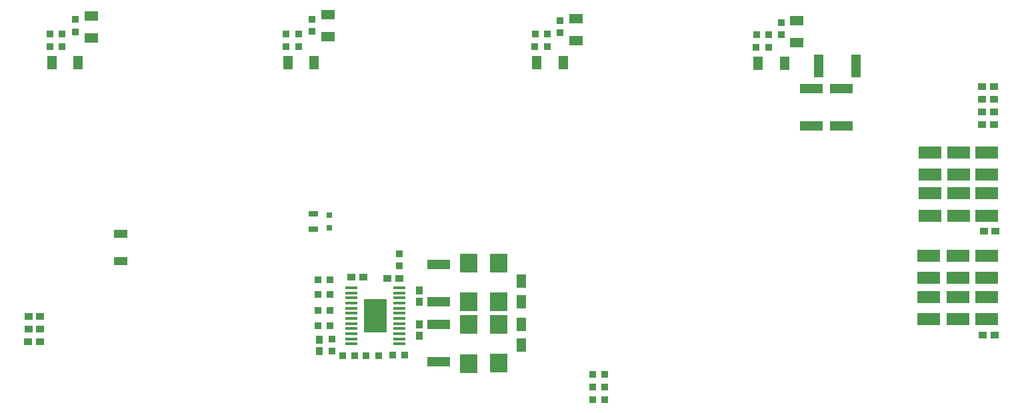
<source format=gtp>
G04*
G04 #@! TF.GenerationSoftware,Altium Limited,Altium Designer,20.0.7 (75)*
G04*
G04 Layer_Color=8421504*
%FSLAX25Y25*%
%MOIN*%
G70*
G01*
G75*
%ADD24R,0.03543X0.03347*%
%ADD25R,0.03347X0.03543*%
%ADD26R,0.04921X0.06890*%
%ADD27R,0.03937X0.03740*%
%ADD28R,0.03740X0.03937*%
%ADD29R,0.08858X0.09252*%
%ADD30R,0.11417X0.06299*%
%ADD31R,0.04724X0.06890*%
%ADD32R,0.07087X0.05118*%
%ADD33R,0.11811X0.17008*%
%ADD34R,0.06496X0.01772*%
%ADD35R,0.05118X0.02756*%
%ADD36R,0.03150X0.03150*%
%ADD37R,0.11811X0.04921*%
%ADD38R,0.04921X0.11811*%
%ADD39R,0.06890X0.03937*%
D24*
X3319685Y590059D02*
D03*
Y596161D02*
D03*
X3433858Y755512D02*
D03*
Y749409D02*
D03*
X3544488Y748228D02*
D03*
Y754331D02*
D03*
X3191339Y749803D02*
D03*
Y755905D02*
D03*
X3309843Y756201D02*
D03*
Y750098D02*
D03*
X3353621Y638727D02*
D03*
Y632624D02*
D03*
D25*
X3331102Y587598D02*
D03*
X3325000D02*
D03*
X3427362Y742520D02*
D03*
X3421260D02*
D03*
X3538051Y742154D02*
D03*
X3531949D02*
D03*
X3350176Y588038D02*
D03*
X3356279D02*
D03*
X3336909Y587598D02*
D03*
X3343012D02*
D03*
X3312775Y602605D02*
D03*
X3318877D02*
D03*
X3318886Y618308D02*
D03*
X3312783D02*
D03*
X3421358Y748819D02*
D03*
X3427460D02*
D03*
X3538091Y748425D02*
D03*
X3531988D02*
D03*
X3184941Y748819D02*
D03*
X3178839D02*
D03*
X3296949D02*
D03*
X3303051D02*
D03*
X3318886Y610408D02*
D03*
X3312783D02*
D03*
Y625708D02*
D03*
X3318886D02*
D03*
X3184941Y742520D02*
D03*
X3178839D02*
D03*
X3303051D02*
D03*
X3296949D02*
D03*
X3456201Y565748D02*
D03*
X3450098D02*
D03*
Y572047D02*
D03*
X3456201D02*
D03*
X3456102Y578346D02*
D03*
X3450000D02*
D03*
D26*
X3414468Y625197D02*
D03*
Y614764D02*
D03*
X3414567Y593110D02*
D03*
Y603543D02*
D03*
D27*
X3347531Y626522D02*
D03*
X3353436D02*
D03*
X3644936Y709676D02*
D03*
X3650842D02*
D03*
X3644936Y703376D02*
D03*
X3650842D02*
D03*
X3329578Y627022D02*
D03*
X3335484D02*
D03*
X3645669Y650000D02*
D03*
X3651575D02*
D03*
X3645275Y598032D02*
D03*
X3651181D02*
D03*
X3167949Y594593D02*
D03*
X3173854D02*
D03*
X3167972Y600945D02*
D03*
X3173878D02*
D03*
X3644936Y722274D02*
D03*
X3650842D02*
D03*
X3644936Y715975D02*
D03*
X3650842D02*
D03*
X3167972Y607244D02*
D03*
X3173878D02*
D03*
D28*
X3363483Y620475D02*
D03*
Y614569D02*
D03*
Y597616D02*
D03*
Y603522D02*
D03*
X3313386Y589961D02*
D03*
Y595866D02*
D03*
D29*
X3403051Y603445D02*
D03*
Y583957D02*
D03*
Y614665D02*
D03*
Y634154D02*
D03*
X3388091Y603346D02*
D03*
Y583858D02*
D03*
X3387992Y614567D02*
D03*
Y634055D02*
D03*
D30*
X3647244Y689370D02*
D03*
Y678346D02*
D03*
Y668898D02*
D03*
Y657874D02*
D03*
X3633071Y689370D02*
D03*
Y678346D02*
D03*
X3618110Y616929D02*
D03*
Y605905D02*
D03*
X3647244Y637795D02*
D03*
Y626772D02*
D03*
X3632677D02*
D03*
Y637795D02*
D03*
X3633071Y657874D02*
D03*
Y668898D02*
D03*
X3618898Y678346D02*
D03*
Y689370D02*
D03*
Y657874D02*
D03*
Y668898D02*
D03*
X3618110Y626772D02*
D03*
Y637795D02*
D03*
X3632677Y605905D02*
D03*
Y616929D02*
D03*
X3647244D02*
D03*
Y605905D02*
D03*
D31*
X3435335Y734252D02*
D03*
X3422146D02*
D03*
X3192815D02*
D03*
X3179626D02*
D03*
X3297736D02*
D03*
X3310925D02*
D03*
X3532906Y734154D02*
D03*
X3546095D02*
D03*
D32*
X3317717Y758268D02*
D03*
Y747244D02*
D03*
X3551968Y744488D02*
D03*
Y755512D02*
D03*
X3199606Y757874D02*
D03*
Y746850D02*
D03*
X3441732Y745276D02*
D03*
Y756299D02*
D03*
D33*
X3341476Y607683D02*
D03*
D34*
X3329468Y621758D02*
D03*
Y619199D02*
D03*
Y616640D02*
D03*
Y614081D02*
D03*
Y611522D02*
D03*
Y608963D02*
D03*
Y606404D02*
D03*
Y603845D02*
D03*
Y601286D02*
D03*
Y598727D02*
D03*
Y596168D02*
D03*
Y593609D02*
D03*
X3353484Y621758D02*
D03*
Y619199D02*
D03*
Y616640D02*
D03*
Y614081D02*
D03*
Y611522D02*
D03*
Y608963D02*
D03*
Y606404D02*
D03*
Y603845D02*
D03*
Y601286D02*
D03*
Y598727D02*
D03*
Y596168D02*
D03*
Y593609D02*
D03*
D35*
X3310557Y651147D02*
D03*
Y658627D02*
D03*
D36*
X3318363Y651843D02*
D03*
Y658143D02*
D03*
D37*
X3372984Y603522D02*
D03*
Y584821D02*
D03*
X3574409Y721260D02*
D03*
Y702559D02*
D03*
X3559449D02*
D03*
Y721260D02*
D03*
X3372984Y633372D02*
D03*
Y614672D02*
D03*
D38*
X3563091Y732677D02*
D03*
X3581791D02*
D03*
D39*
X3214114Y648858D02*
D03*
Y635079D02*
D03*
M02*

</source>
